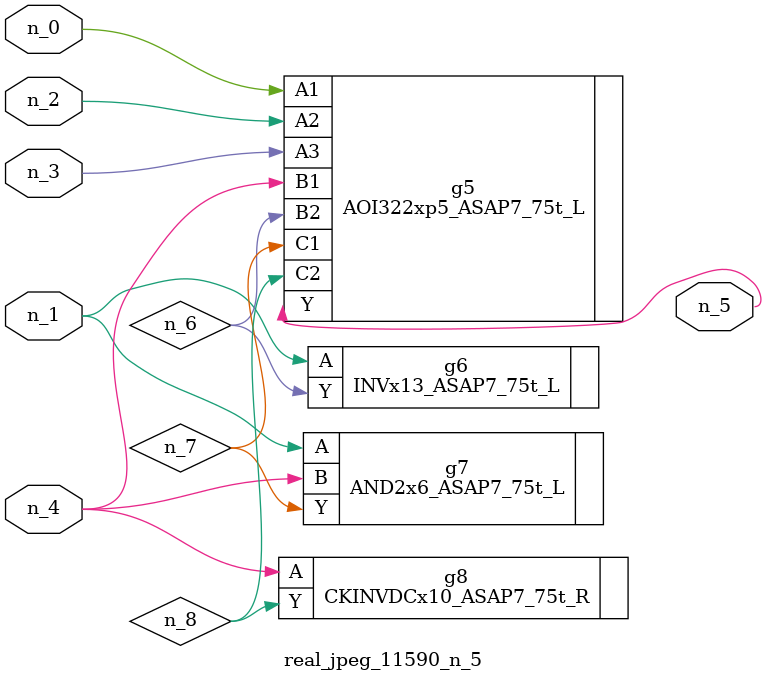
<source format=v>
module real_jpeg_11590_n_5 (n_4, n_0, n_1, n_2, n_3, n_5);

input n_4;
input n_0;
input n_1;
input n_2;
input n_3;

output n_5;

wire n_8;
wire n_6;
wire n_7;

AOI322xp5_ASAP7_75t_L g5 ( 
.A1(n_0),
.A2(n_2),
.A3(n_3),
.B1(n_4),
.B2(n_6),
.C1(n_7),
.C2(n_8),
.Y(n_5)
);

INVx13_ASAP7_75t_L g6 ( 
.A(n_1),
.Y(n_6)
);

AND2x6_ASAP7_75t_L g7 ( 
.A(n_1),
.B(n_4),
.Y(n_7)
);

CKINVDCx10_ASAP7_75t_R g8 ( 
.A(n_4),
.Y(n_8)
);


endmodule
</source>
